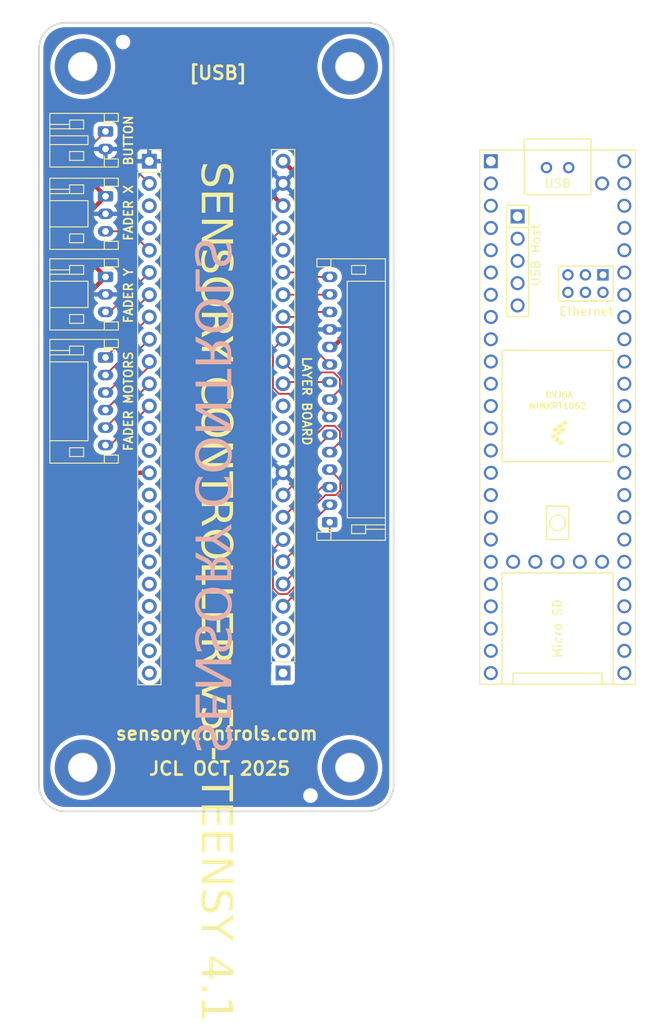
<source format=kicad_pcb>
(kicad_pcb (version 20241229) (generator "pcbnew") (generator_version "9.0")
  (layers (0 "F.Cu" signal) (2 "B.Cu" signal) (13 "F.Paste" user) (15 "B.Paste" user) (5 "F.SilkS" user "F.Silkscreen") (7 "B.SilkS" user "B.Silkscreen") (1 "F.Mask" user) (3 "B.Mask" user) (25 "Edge.Cuts" user))
  (net 0 "")
  (net 1 "/Layer4_pot")
  (net 2 "/Layer2_pot")
  (net 3 "/Layer5_pot")
  (net 4 "/Layer1_pot")
  (net 5 "/Layer3_pot")
  (net 6 "/E_1")
  (net 7 "+5V")
  (net 8 "/S_button")
  (net 9 "/S_2")
  (net 10 "/LED_IN")
  (net 11 "/Layer6_pot")
  (net 12 "/E_button")
  (net 13 "/S_1")
  (net 14 "/E_2")
  (net 15 "GND")
  (net 29 "/FADER POT X")
  (net 33 "/FADER POT Y")
  (net 102 "/FADER X_ENA")
  (net 103 "/FADER Y_ENB")
  (net 104 "/FADER Y_IN3")
  (net 105 "+3V3")
  (net 106 "/FADER Y_IN4")
  (net 107 "/FADER X_IN2")
  (net 109 "/FADER X_IN1")
  (net 110 "/BTN_RESET")
  (footprint "MountingHole:MountingHole_3.2mm_M3_Pad" (layer "F.Cu") (at 73.3 110.999999)
    (property "Reference" "H6" (hide yes))
    (property "Value" "MountingHole" (hide yes))
    (pad "1" thru_hole circle (at 0 0) (size 6.4 6.4) (drill 3.2) (layers "*.Cu" "*.Mask"))
  )
  (footprint "Teensy:Teensy41" (layer "F.Cu") (at 97.02 71.01 -90)
    (property "Reference" "U1")
    (property "Value" "Teensy4.1")
    (fp_line (start -30.48 8.89) (end -30.48 -8.89) (stroke (width 0.15)) (layer "F.SilkS"))
    (fp_line (start 30.48 8.89) (end -30.48 8.89) (stroke (width 0.15)) (layer "F.SilkS"))
    (fp_line (start -7.62 6.35) (end 5.08 6.35) (stroke (width 0.15)) (layer "F.SilkS"))
    (fp_line (start 5.08 6.35) (end 5.08 -6.35) (stroke (width 0.15)) (layer "F.SilkS"))
    (fp_line (start 17.78 6.35) (end 30.48 6.35) (stroke (width 0.15)) (layer "F.SilkS"))
    (fp_line (start -24.1808 5.8392) (end -24.1808 3.2992) (stroke (width 0.15)) (layer "F.SilkS"))
    (fp_line (start -11.4808 5.8392) (end -24.1808 5.8392) (stroke (width 0.15)) (layer "F.SilkS"))
    (fp_line (start 29.21 5.08) (end 30.48 5.08) (stroke (width 0.15)) (layer "F.SilkS"))
    (fp_line (start -31.75 3.81) (end -31.75 -3.81) (stroke (width 0.15)) (layer "F.SilkS"))
    (fp_line (start -30.48 3.81) (end -31.75 3.81) (stroke (width 0.15)) (layer "F.SilkS"))
    (fp_line (start -25.4 3.81) (end -30.48 3.81) (stroke (width 0.15)) (layer "F.SilkS"))
    (fp_line (start -25.4 3.81) (end -25.4 -3.81) (stroke (width 0.15)) (layer "F.SilkS"))
    (fp_line (start -24.1808 3.2992) (end -21.6408 3.2992) (stroke (width 0.15)) (layer "F.SilkS"))
    (fp_line (start -24.1808 3.2992) (end -11.4808 3.2992) (stroke (width 0.15)) (layer "F.SilkS"))
    (fp_line (start -21.6408 3.2992) (end -21.6408 5.8392) (stroke (width 0.15)) (layer "F.SilkS"))
    (fp_line (start -11.4808 3.2992) (end -11.4808 5.8392) (stroke (width 0.15)) (layer "F.SilkS"))
    (fp_line (start 10.16 1.27) (end 10.16 -1.27) (stroke (width 0.15)) (layer "F.SilkS"))
    (fp_line (start 13.97 1.27) (end 10.16 1.27) (stroke (width 0.15)) (layer "F.SilkS"))
    (fp_line (start -17.25 -0.1016) (end -13.25 -0.1016) (stroke (width 0.15)) (layer "F.SilkS"))
    (fp_line (start -13.25 -0.1016) (end -13.25 -6.3516) (stroke (width 0.15)) (layer "F.SilkS"))
    (fp_line (start 10.16 -1.27) (end 13.97 -1.27) (stroke (width 0.15)) (layer "F.SilkS"))
    (fp_line (start 13.97 -1.27) (end 13.97 1.27) (stroke (width 0.15)) (layer "F.SilkS"))
    (fp_line (start -31.75 -3.81) (end -30.48 -3.81) (stroke (width 0.15)) (layer "F.SilkS"))
    (fp_line (start -25.4 -3.81) (end -30.48 -3.81) (stroke (width 0.15)) (layer "F.SilkS"))
    (fp_line (start 29.21 -5.08) (end 29.21 5.08) (stroke (width 0.15)) (layer "F.SilkS"))
    (fp_line (start 30.48 -5.08) (end 29.21 -5.08) (stroke (width 0.15)) (layer "F.SilkS"))
    (fp_line (start -17.25 -6.1016) (end -17.25 -0.1016) (stroke (width 0.15)) (layer "F.SilkS"))
    (fp_line (start -7.62 -6.35) (end -7.62 6.35) (stroke (width 0.15)) (layer "F.SilkS"))
    (fp_line (start 5.08 -6.35) (end -7.62 -6.35) (stroke (width 0.15)) (layer "F.SilkS"))
    (fp_line (start 17.78 -6.35) (end 17.78 6.35) (stroke (width 0.15)) (layer "F.SilkS"))
    (fp_line (start 30.48 -6.35) (end 17.78 -6.35) (stroke (width 0.15)) (layer "F.SilkS"))
    (fp_line (start -17.25 -6.3516) (end -17.25 -6.1016) (stroke (width 0.15)) (layer "F.SilkS"))
    (fp_line (start -13.25 -6.3516) (end -17.25 -6.3516) (stroke (width 0.15)) (layer "F.SilkS"))
    (fp_line (start -30.48 -8.89) (end 30.48 -8.89) (stroke (width 0.15)) (layer "F.SilkS"))
    (fp_line (start 30.48 -8.89) (end 30.48 8.89) (stroke (width 0.15)) (layer "F.SilkS"))
    (fp_circle (center 12.065 0) (end 12.7 -0.635) (stroke (width 0.15)) (fill no) (layer "F.SilkS"))
    (fp_poly (pts (xy 2.435 0.455) (xy 2.181 0.709) (xy 1.927 0.328) (xy 2.181 0.074)) (stroke (width 0.1)) (fill yes) (layer "F.SilkS"))
    (fp_poly (pts (xy 1.673 0.328) (xy 1.419 0.582) (xy 1.165 0.201) (xy 1.419 -0.053)) (stroke (width 0.1)) (fill yes) (layer "F.SilkS"))
    (fp_poly (pts (xy 2.816 0.074) (xy 2.562 0.328) (xy 2.308 -0.053) (xy 2.562 -0.307)) (stroke (width 0.1)) (fill yes) (layer "F.SilkS"))
    (fp_poly (pts (xy 2.054 -0.053) (xy 1.8 0.201) (xy 1.546 -0.18) (xy 1.8 -0.434)) (stroke (width 0.1)) (fill yes) (layer "F.SilkS"))
    (fp_poly (pts (xy 1.292 -0.18) (xy 1.038 0.074) (xy 0.784 -0.307) (xy 1.038 -0.561)) (stroke (width 0.1)) (fill yes) (layer "F.SilkS"))
    (fp_poly (pts (xy 3.197 -0.307) (xy 2.943 -0.053) (xy 2.689 -0.434) (xy 2.943 -0.688)) (stroke (width 0.1)) (fill yes) (layer "F.SilkS"))
    (fp_poly (pts (xy 1.673 -0.561) (xy 1.419 -0.307) (xy 1.165 -0.688) (xy 1.419 -0.942)) (stroke (width 0.1)) (fill yes) (layer "F.SilkS"))
    (fp_poly (pts (xy 0.911 -0.688) (xy 0.657 -0.434) (xy 0.403 -0.815) (xy 0.657 -1.069)) (stroke (width 0.1)) (fill yes) (layer "F.SilkS"))
    (fp_text user "Ethernet" (at -12.065 -3.2766 0) (layer "F.SilkS"))
    (fp_text user "DVJ6A" (at -2.54 -0.18 0) (layer "F.SilkS") (effects (font (size 0.7 0.7))))
    (fp_text user "MIMXRT1062" (at -1.27 0 0) (layer "F.SilkS") (effects (font (size 0.7 0.7))))
    (fp_text user "USB Host" (at -18.4658 2.4892 90) (layer "F.SilkS"))
    (fp_text user "USB" (at -26.67 0 0) (layer "F.SilkS"))
    (fp_text user "Micro SD" (at 24.13 0 90) (layer "F.SilkS"))
    (pad "1" thru_hole rect (at -29.21 7.62 270) (size 1.6 1.6) (drill 1.1) (layers "*.Cu" "*.Mask"))
    (pad "2" thru_hole circle (at -26.67 7.62 270) (size 1.6 1.6) (drill 1.1) (layers "*.Cu" "*.Mask"))
    (pad "3" thru_hole circle (at -24.13 7.62 270) (size 1.6 1.6) (drill 1.1) (layers "*.Cu" "*.Mask"))
    (pad "4" thru_hole circle (at -21.59 7.62 270) (size 1.6 1.6) (drill 1.1) (layers "*.Cu" "*.Mask"))
    (pad "5" thru_hole circle (at -19.05 7.62 270) (size 1.6 1.6) (drill 1.1) (layers "*.Cu" "*.Mask"))
    (pad "6" thru_hole circle (at -16.51 7.62 270) (size 1.6 1.6) (drill 1.1) (layers "*.Cu" "*.Mask"))
    (pad "7" thru_hole circle (at -13.97 7.62 270) (size 1.6 1.6) (drill 1.1) (layers "*.Cu" "*.Mask"))
    (pad "8" thru_hole circle (at -11.43 7.62 270) (size 1.6 1.6) (drill 1.1) (layers "*.Cu" "*.Mask"))
    (pad "9" thru_hole circle (at -8.89 7.62 270) (size 1.6 1.6) (drill 1.1) (layers "*.Cu" "*.Mask"))
    (pad "10" thru_hole circle (at -6.35 7.62 270) (size 1.6 1.6) (drill 1.1) (layers "*.Cu" "*.Mask"))
    (pad "11" thru_hole circle (at -3.81 7.62 270) (size 1.6 1.6) (drill 1.1) (layers "*.Cu" "*.Mask"))
    (pad "12" thru_hole circle (at -1.27 7.62 270) (size 1.6 1.6) (drill 1.1) (layers "*.Cu" "*.Mask"))
    (pad "13" thru_hole circle (at 1.27 7.62 270) (size 1.6 1.6) (drill 1.1) (layers "*.Cu" "*.Mask"))
    (pad "14" thru_hole circle (at 3.81 7.62 270) (size 1.6 1.6) (drill 1.1) (layers "*.Cu" "*.Mask"))
    (pad "15" thru_hole circle (at 6.35 7.62 270) (size 1.6 1.6) (drill 1.1) (layers "*.Cu" "*.Mask"))
    (pad "16" thru_hole circle (at 8.89 7.62 270) (size 1.6 1.6) (drill 1.1) (layers "*.Cu" "*.Mask"))
    (pad "17" thru_hole circle (at 11.43 7.62 270) (size 1.6 1.6) (drill 1.1) (layers "*.Cu" "*.Mask"))
    (pad "18" thru_hole circle (at 13.97 7.62 270) (size 1.6 1.6) (drill 1.1) (layers "*.Cu" "*.Mask"))
    (pad "19" thru_hole circle (at 16.51 7.62 270) (size 1.6 1.6) (drill 1.1) (layers "*.Cu" "*.Mask"))
    (pad "20" thru_hole circle (at 19.05 7.62 270) (size 1.6 1.6) (drill 1.1) (layers "*.Cu" "*.Mask"))
    (pad "21" thru_hole circle (at 21.59 7.62 270) (size 1.6 1.6) (drill 1.1) (layers "*.Cu" "*.Mask"))
    (pad "22" thru_hole circle (at 24.13 7.62 270) (size 1.6 1.6) (drill 1.1) (layers "*.Cu" "*.Mask"))
    (pad "23" thru_hole circle (at 26.67 7.62 270) (size 1.6 1.6) (drill 1.1) (layers "*.Cu" "*.Mask"))
    (pad "24" thru_hole circle (at 29.21 7.62 270) (size 1.6 1.6) (drill 1.1) (layers "*.Cu" "*.Mask"))
    (pad "25" thru_hole circle (at 29.21 -7.62 270) (size 1.6 1.6) (drill 1.1) (layers "*.Cu" "*.Mask"))
    (pad "26" thru_hole circle (at 26.67 -7.62 270) (size 1.6 1.6) (drill 1.1) (layers "*.Cu" "*.Mask"))
    (pad "27" thru_hole circle (at 24.13 -7.62 270) (size 1.6 1.6) (drill 1.1) (layers "*.Cu" "*.Mask"))
    (pad "28" thru_hole circle (at 21.59 -7.62 270) (size 1.6 1.6) (drill 1.1) (layers "*.Cu" "*.Mask"))
    (pad "29" thru_hole circle (at 19.05 -7.62 270) (size 1.6 1.6) (drill 1.1) (layers "*.Cu" "*.Mask"))
    (pad "30" thru_hole circle (at 16.51 -7.62 270) (size 1.6 1.6) (drill 1.1) (layers "*.Cu" "*.Mask"))
    (pad "31" thru_hole circle (at 13.97 -7.62 270) (size 1.6 1.6) (drill 1.1) (layers "*.Cu" "*.Mask"))
    (pad "32" thru_hole circle (at 11.43 -7.62 270) (size 1.6 1.6) (drill 1.1) (layers "*.Cu" "*.Mask"))
    (pad "33" thru_hole circle (at 8.89 -7.62 270) (size 1.6 1.6) (drill 1.1) (layers "*.Cu" "*.Mask"))
    (pad "34" thru_hole circle (at 6.35 -7.62 270) (size 1.6 1.6) (drill 1.1) (layers "*.Cu" "*.Mask"))
    (pad "35" thru_hole circle (at 3.81 -7.62 270) (size 1.6 1.6) (drill 1.1) (layers "*.Cu" "*.Mask"))
    (pad "36" thru_hole circle (at 1.27 -7.62 270) (size 1.6 1.6) (drill 1.1) (layers "*.Cu" "*.Mask"))
    (pad "37" thru_hole circle (at -1.27 -7.62 270) (size 1.6 1.6) (drill 1.1) (layers "*.Cu" "*.Mask"))
    (pad "38" thru_hole circle (at -3.81 -7.62 270) (size 1.6 1.6) (drill 1.1) (layers "*.Cu" "*.Mask"))
    (pad "39" thru_hole circle (at -6.35 -7.62 270) (size 1.6 1.6) (drill 1.1) (layers "*.Cu" "*.Mask"))
    (pad "40" thru_hole circle (at -8.89 -7.62 270) (size 1.6 1.6) (drill 1.1) (layers "*.Cu" "*.Mask"))
    (pad "41" thru_hole circle (at -11.43 -7.62 270) (size 1.6 1.6) (drill 1.1) (layers "*.Cu" "*.Mask"))
    (pad "42" thru_hole circle (at -13.97 -7.62 270) (size 1.6 1.6) (drill 1.1) (layers "*.Cu" "*.Mask"))
    (pad "43" thru_hole circle (at -16.51 -7.62 270) (size 1.6 1.6) (drill 1.1) (layers "*.Cu" "*.Mask"))
    (pad "44" thru_hole circle (at -19.05 -7.62 270) (size 1.6 1.6) (drill 1.1) (layers "*.Cu" "*.Mask"))
    (pad "45" thru_hole circle (at -21.59 -7.62 270) (size 1.6 1.6) (drill 1.1) (layers "*.Cu" "*.Mask"))
    (pad "46" thru_hole circle (at -24.13 -7.62 270) (size 1.6 1.6) (drill 1.1) (layers "*.Cu" "*.Mask"))
    (pad "47" thru_hole circle (at -26.67 -7.62 270) (size 1.6 1.6) (drill 1.1) (layers "*.Cu" "*.Mask"))
    (pad "48" thru_hole circle (at -29.21 -7.62 270) (size 1.6 1.6) (drill 1.1) (layers "*.Cu" "*.Mask"))
    (pad "49" thru_hole circle (at -26.67 -5.08 270) (size 1.6 1.6) (drill 1.1) (layers "*.Cu" "*.Mask"))
    (pad "50" thru_hole circle (at 16.51 5.08 270) (size 1.6 1.6) (drill 1.1) (layers "*.Cu" "*.Mask"))
    (pad "51" thru_hole circle (at 16.51 2.54 270) (size 1.6 1.6) (drill 1.1) (layers "*.Cu" "*.Mask"))
    (pad "52" thru_hole circle (at 16.51 0 270) (size 1.6 1.6) (drill 1.1) (layers "*.Cu" "*.Mask"))
    (pad "53" thru_hole circle (at 16.51 -2.54 270) (size 1.6 1.6) (drill 1.1) (layers "*.Cu" "*.Mask"))
    (pad "54" thru_hole circle (at 16.51 -5.08 270) (size 1.6 1.6) (drill 1.1) (layers "*.Cu" "*.Mask"))
    (pad "55" thru_hole rect (at -22.9108 4.5692 270) (size 1.6 1.6) (drill 1.1) (layers "*.Cu" "*.Mask"))
    (pad "56" thru_hole circle (at -20.3708 4.5692 270) (size 1.6 1.6) (drill 1.1) (layers "*.Cu" "*.Mask"))
    (pad "57" thru_hole circle (at -17.8308 4.5692 270) (size 1.6 1.6) (drill 1.1) (layers "*.Cu" "*.Mask"))
    (pad "58" thru_hole circle (at -15.2908 4.5692 270) (size 1.6 1.6) (drill 1.1) (layers "*.Cu" "*.Mask"))
    (pad "59" thru_hole circle (at -12.7508 4.5692 270) (size 1.6 1.6) (drill 1.1) (layers "*.Cu" "*.Mask"))
    (pad "60" thru_hole rect (at -16.24 -5.1816 270) (size 1.3 1.3) (drill 0.8) (layers "*.Cu" "*.Mask"))
    (pad "61" thru_hole circle (at -16.24 -3.1816 270) (size 1.3 1.3) (drill 0.8) (layers "*.Cu" "*.Mask"))
    (pad "62" thru_hole circle (at -16.24 -1.1816 270) (size 1.3 1.3) (drill 0.8) (layers "*.Cu" "*.Mask"))
    (pad "63" thru_hole circle (at -14.24 -1.1816 270) (size 1.3 1.3) (drill 0.8) (layers "*.Cu" "*.Mask"))
    (pad "64" thru_hole circle (at -14.24 -3.1816 270) (size 1.3 1.3) (drill 0.8) (layers "*.Cu" "*.Mask"))
    (pad "65" thru_hole circle (at -14.24 -5.1816 270) (size 1.3 1.3) (drill 0.8) (layers "*.Cu" "*.Mask"))
    (pad "66" thru_hole circle (at -28.48 -1.27 270) (size 1.3 1.3) (drill 0.8) (layers "*.Cu" "*.Mask"))
    (pad "67" thru_hole circle (at -28.48 1.27 270) (size 1.3 1.3) (drill 0.8) (layers "*.Cu" "*.Mask"))
  )
  (footprint "Connector_JST:JST_PH_S2B-PH-K_1x02_P2.00mm_Horizontal" (layer "F.Cu") (at 45.4 38.4 -90)
    (property "Reference" "J2" (hide yes))
    (property "Value" "Conn_01x02_Pin")
    (fp_line (start -2.06 6.36) (end 4.06 6.36) (stroke (width 0.12)) (layer "F.SilkS"))
    (fp_line (start 0.5 6.36) (end 0.5 2) (stroke (width 0.12)) (layer "F.SilkS"))
    (fp_line (start 4.06 6.36) (end 4.06 -1.46) (stroke (width 0.12)) (layer "F.SilkS"))
    (fp_line (start -1.3 4.1) (end -0.3 4.1) (stroke (width 0.12)) (layer "F.SilkS"))
    (fp_line (start -0.8 4.1) (end -0.8 6.36) (stroke (width 0.12)) (layer "F.SilkS"))
    (fp_line (start -0.3 4.1) (end -0.3 6.36) (stroke (width 0.12)) (layer "F.SilkS"))
    (fp_line (start -0.3 4.1) (end -0.3 2.5) (stroke (width 0.12)) (layer "F.SilkS"))
    (fp_line (start 2.3 4.1) (end 2.3 2.5) (stroke (width 0.12)) (layer "F.SilkS"))
    (fp_line (start 3.3 4.1) (end 2.3 4.1) (stroke (width 0.12)) (layer "F.SilkS"))
    (fp_line (start -1.3 2.5) (end -1.3 4.1) (stroke (width 0.12)) (layer "F.SilkS"))
    (fp_line (start -0.3 2.5) (end -1.3 2.5) (stroke (width 0.12)) (layer "F.SilkS"))
    (fp_line (start 2.3 2.5) (end 3.3 2.5) (stroke (width 0.12)) (layer "F.SilkS"))
    (fp_line (start 3.3 2.5) (end 3.3 4.1) (stroke (width 0.12)) (layer "F.SilkS"))
    (fp_line (start 0.5 2) (end 1.5 2) (stroke (width 0.12)) (layer "F.SilkS"))
    (fp_line (start 1.5 2) (end 1.5 6.36) (stroke (width 0.12)) (layer "F.SilkS"))
    (fp_line (start -2.06 0.14) (end -1.14 0.14) (stroke (width 0.12)) (layer "F.SilkS"))
    (fp_line (start -1.14 0.14) (end -1.14 -1.46) (stroke (width 0.12)) (layer "F.SilkS"))
    (fp_line (start -0.86 0.14) (end -1.14 0.14) (stroke (width 0.12)) (layer "F.SilkS"))
    (fp_line (start -0.86 0.14) (end -0.86 -1.075) (stroke (width 0.12)) (layer "F.SilkS"))
    (fp_line (start 3.14 0.14) (end 2.86 0.14) (stroke (width 0.12)) (layer "F.SilkS"))
    (fp_line (start 4.06 0.14) (end 3.14 0.14) (stroke (width 0.12)) (layer "F.SilkS"))
    (fp_line (start -2.06 -1.46) (end -2.06 6.36) (stroke (width 0.12)) (layer "F.SilkS"))
    (fp_line (start -1.14 -1.46) (end -2.06 -1.46) (stroke (width 0.12)) (layer "F.SilkS"))
    (fp_line (start 3.14 -1.46) (end 3.14 0.14) (stroke (width 0.12)) (layer "F.SilkS"))
    (fp_line (start 4.06 -1.46) (end 3.14 -1.46) (stroke (width 0.12)) (layer "F.SilkS"))
    (pad "1" thru_hole roundrect (at 0 0 270) (size 1.2 1.75) (drill 0.75) (layers "*.Cu" "*.Mask") (roundrect_rratio 0.208333) (net 110 "/BTN_RESET"))
    (pad "2" thru_hole oval (at 2 0 270) (size 1.2 1.75) (drill 0.75) (layers "*.Cu" "*.Mask") (net 15 "GND"))
  )
  (footprint "Connector_JST:JST_PH_S15B-PH-K_1x15_P2.00mm_Horizontal" (layer "F.Cu") (at 71 83 90)
    (property "Reference" "J1" (hide yes))
    (property "Value" "Conn_01x15_Pin")
    (fp_line (start 30.06 -1.46) (end 29.14 -1.46) (stroke (width 0.12)) (layer "F.SilkS"))
    (fp_line (start 29.14 -1.46) (end 29.14 0.14) (stroke (width 0.12)) (layer "F.SilkS"))
    (fp_line (start -1.14 -1.46) (end -2.06 -1.46) (stroke (width 0.12)) (layer "F.SilkS"))
    (fp_line (start -2.06 -1.46) (end -2.06 6.36) (stroke (width 0.12)) (layer "F.SilkS"))
    (fp_line (start 30.06 0.14) (end 29.14 0.14) (stroke (width 0.12)) (layer "F.SilkS"))
    (fp_line (start 29.14 0.14) (end 28.86 0.14) (stroke (width 0.12)) (layer "F.SilkS"))
    (fp_line (start -0.86 0.14) (end -0.86 -1.075) (stroke (width 0.12)) (layer "F.SilkS"))
    (fp_line (start -0.86 0.14) (end -1.14 0.14) (stroke (width 0.12)) (layer "F.SilkS"))
    (fp_line (start -1.14 0.14) (end -1.14 -1.46) (stroke (width 0.12)) (layer "F.SilkS"))
    (fp_line (start -2.06 0.14) (end -1.14 0.14) (stroke (width 0.12)) (layer "F.SilkS"))
    (fp_line (start 27.5 2) (end 27.5 6.36) (stroke (width 0.12)) (layer "F.SilkS"))
    (fp_line (start 0.5 2) (end 27.5 2) (stroke (width 0.12)) (layer "F.SilkS"))
    (fp_line (start 29.3 2.5) (end 29.3 4.1) (stroke (width 0.12)) (layer "F.SilkS"))
    (fp_line (start 28.3 2.5) (end 29.3 2.5) (stroke (width 0.12)) (layer "F.SilkS"))
    (fp_line (start -0.3 2.5) (end -1.3 2.5) (stroke (width 0.12)) (layer "F.SilkS"))
    (fp_line (start -1.3 2.5) (end -1.3 4.1) (stroke (width 0.12)) (layer "F.SilkS"))
    (fp_line (start 29.3 4.1) (end 28.3 4.1) (stroke (width 0.12)) (layer "F.SilkS"))
    (fp_line (start 28.3 4.1) (end 28.3 2.5) (stroke (width 0.12)) (layer "F.SilkS"))
    (fp_line (start -0.3 4.1) (end -0.3 2.5) (stroke (width 0.12)) (layer "F.SilkS"))
    (fp_line (start -0.3 4.1) (end -0.3 6.36) (stroke (width 0.12)) (layer "F.SilkS"))
    (fp_line (start -0.8 4.1) (end -0.8 6.36) (stroke (width 0.12)) (layer "F.SilkS"))
    (fp_line (start -1.3 4.1) (end -0.3 4.1) (stroke (width 0.12)) (layer "F.SilkS"))
    (fp_line (start 30.06 6.36) (end 30.06 -1.46) (stroke (width 0.12)) (layer "F.SilkS"))
    (fp_line (start 0.5 6.36) (end 0.5 2) (stroke (width 0.12)) (layer "F.SilkS"))
    (fp_line (start -2.06 6.36) (end 30.06 6.36) (stroke (width 0.12)) (layer "F.SilkS"))
    (pad "1" thru_hole roundrect (at 0 0 90) (size 1.2 1.75) (drill 0.75) (layers "*.Cu" "*.Mask") (roundrect_rratio 0.208333) (net 12 "/E_button"))
    (pad "2" thru_hole oval (at 2 0 90) (size 1.2 1.75) (drill 0.75) (layers "*.Cu" "*.Mask") (net 14 "/E_2"))
    (pad "3" thru_hole oval (at 4 0 90) (size 1.2 1.75) (drill 0.75) (layers "*.Cu" "*.Mask") (net 6 "/E_1"))
    (pad "4" thru_hole oval (at 6 0 90) (size 1.2 1.75) (drill 0.75) (layers "*.Cu" "*.Mask") (net 8 "/S_button"))
    (pad "5" thru_hole oval (at 8 0 90) (size 1.2 1.75) (drill 0.75) (layers "*.Cu" "*.Mask") (net 9 "/S_2"))
    (pad "6" thru_hole oval (at 10 0 90) (size 1.2 1.75) (drill 0.75) (layers "*.Cu" "*.Mask") (net 13 "/S_1"))
    (pad "7" thru_hole oval (at 12 0 90) (size 1.2 1.75) (drill 0.75) (layers "*.Cu" "*.Mask") (net 5 "/Layer3_pot"))
    (pad "8" thru_hole oval (at 14 0 90) (size 1.2 1.75) (drill 0.75) (layers "*.Cu" "*.Mask") (net 2 "/Layer2_pot"))
    (pad "9" thru_hole oval (at 16 0 90) (size 1.2 1.75) (drill 0.75) (layers "*.Cu" "*.Mask") (net 4 "/Layer1_pot"))
    (pad "10" thru_hole oval (at 18 0 90) (size 1.2 1.75) (drill 0.75) (layers "*.Cu" "*.Mask") (net 10 "/LED_IN"))
    (pad "11" thru_hole oval (at 20 0 90) (size 1.2 1.75) (drill 0.75) (layers "*.Cu" "*.Mask") (net 7 "+5V"))
    (pad "12" thru_hole oval (at 22 0 90) (size 1.2 1.75) (drill 0.75) (layers "*.Cu" "*.Mask") (net 15 "GND"))
    (pad "13" thru_hole oval (at 24 0 90) (size 1.2 1.75) (drill 0.75) (layers "*.Cu" "*.Mask") (net 1 "/Layer4_pot"))
    (pad "14" thru_hole oval (at 26 0 90) (size 1.2 1.75) (drill 0.75) (layers "*.Cu" "*.Mask") (net 3 "/Layer5_pot"))
    (pad "15" thru_hole oval (at 28 0 90) (size 1.2 1.75) (drill 0.75) (layers "*.Cu" "*.Mask") (net 11 "/Layer6_pot"))
  )
  (footprint "Connector_JST:JST_PH_S3B-PH-K_1x03_P2.00mm_Horizontal" (layer "F.Cu") (at 45.4 45.8 -90)
    (property "Reference" "J7" (hide yes))
    (property "Value" "Conn_01x03_Pin")
    (fp_line (start -2.06 6.36) (end 6.06 6.36) (stroke (width 0.12)) (layer "F.SilkS"))
    (fp_line (start 0.5 6.36) (end 0.5 2) (stroke (width 0.12)) (layer "F.SilkS"))
    (fp_line (start 6.06 6.36) (end 6.06 -1.46) (stroke (width 0.12)) (layer "F.SilkS"))
    (fp_line (start -1.3 4.1) (end -0.3 4.1) (stroke (width 0.12)) (layer "F.SilkS"))
    (fp_line (start -0.8 4.1) (end -0.8 6.36) (stroke (width 0.12)) (layer "F.SilkS"))
    (fp_line (start -0.3 4.1) (end -0.3 6.36) (stroke (width 0.12)) (layer "F.SilkS"))
    (fp_line (start -0.3 4.1) (end -0.3 2.5) (stroke (width 0.12)) (layer "F.SilkS"))
    (fp_line (start 4.3 4.1) (end 4.3 2.5) (stroke (width 0.12)) (layer "F.SilkS"))
    (fp_line (start 5.3 4.1) (end 4.3 4.1) (stroke (width 0.12)) (layer "F.SilkS"))
    (fp_line (start -1.3 2.5) (end -1.3 4.1) (stroke (width 0.12)) (layer "F.SilkS"))
    (fp_line (start -0.3 2.5) (end -1.3 2.5) (stroke (width 0.12)) (layer "F.SilkS"))
    (fp_line (start 4.3 2.5) (end 5.3 2.5) (stroke (width 0.12)) (layer "F.SilkS"))
    (fp_line (start 5.3 2.5) (end 5.3 4.1) (stroke (width 0.12)) (layer "F.SilkS"))
    (fp_line (start 0.5 2) (end 3.5 2) (stroke (width 0.12)) (layer "F.SilkS"))
    (fp_line (start 3.5 2) (end 3.5 6.36) (stroke (width 0.12)) (layer "F.SilkS"))
    (fp_line (start -2.06 0.14) (end -1.14 0.14) (stroke (width 0.12)) (layer "F.SilkS"))
    (fp_line (start -1.14 0.14) (end -1.14 -1.46) (stroke (width 0.12)) (layer "F.SilkS"))
    (fp_line (start -0.86 0.14) (end -1.14 0.14) (stroke (width 0.12)) (layer "F.SilkS"))
    (fp_line (start -0.86 0.14) (end -0.86 -1.075) (stroke (width 0.12)) (layer "F.SilkS"))
    (fp_line (start 5.14 0.14) (end 4.86 0.14) (stroke (width 0.12)) (layer "F.SilkS"))
    (fp_line (start 6.06 0.14) (end 5.14 0.14) (stroke (width 0.12)) (layer "F.SilkS"))
    (fp_line (start -2.06 -1.46) (end -2.06 6.36) (stroke (width 0.12)) (layer "F.SilkS"))
    (fp_line (start -1.14 -1.46) (end -2.06 -1.46) (stroke (width 0.12)) (layer "F.SilkS"))
    (fp_line (start 5.14 -1.46) (end 5.14 0.14) (stroke (width 0.12)) (layer "F.SilkS"))
    (fp_line (start 6.06 -1.46) (end 5.14 -1.46) (stroke (width 0.12)) (layer "F.SilkS"))
    (pad "1" thru_hole roundrect (at 0 0 270) (size 1.2 1.75) (drill 0.75) (layers "*.Cu" "*.Mask") (roundrect_rratio 0.208333) (net 105 "+3V3"))
    (pad "2" thru_hole oval (at 2 0 270) (size 1.2 1.75) (drill 0.75) (layers "*.Cu" "*.Mask") (net 15 "GND"))
    (pad "3" thru_hole oval (at 4 0 270) (size 1.2 1.75) (drill 0.75) (layers "*.Cu" "*.Mask") (net 29 "/FADER POT X"))
  )
  (footprint "Connector_PinSocket_2.54mm:PinSocket_1x24_P2.54mm_Vertical" (layer "F.Cu") (at 65.67 100.209999 180)
    (property "Reference" "J4" (hide yes))
    (property "Value" "Conn_01x24_Socket")
    (fp_line (start 1.33 1.27) (end 1.33 59.75) (stroke (width 0.12)) (layer "F.SilkS"))
    (fp_line (start 1.33 -1.33) (end 1.33 0) (stroke (width 0.12)) (layer "F.SilkS"))
    (fp_line (start 0 -1.33) (end 1.33 -1.33) (stroke (width 0.12)) (layer "F.SilkS"))
    (fp_line (start -1.33 59.75) (end 1.33 59.75) (stroke (width 0.12)) (layer "F.SilkS"))
    (fp_line (start -1.33 1.27) (end 1.33 1.27) (stroke (width 0.12)) (layer "F.SilkS"))
    (fp_line (start -1.33 1.27) (end -1.33 59.75) (stroke (width 0.12)) (layer "F.SilkS"))
    (pad "1" thru_hole rect (at 0 0 180) (size 1.7 1.7) (drill 1) (layers "*.Cu" "*.Mask"))
    (pad "2" thru_hole circle (at 0 2.54 180) (size 1.7 1.7) (drill 1) (layers "*.Cu" "*.Mask"))
    (pad "3" thru_hole circle (at 0 5.08 180) (size 1.7 1.7) (drill 1) (layers "*.Cu" "*.Mask"))
    (pad "4" thru_hole circle (at 0 7.62 180) (size 1.7 1.7) (drill 1) (layers "*.Cu" "*.Mask") (net 12 "/E_button"))
    (pad "5" thru_hole circle (at 0 10.16 180) (size 1.7 1.7) (drill 1) (layers "*.Cu" "*.Mask") (net 8 "/S_button"))
    (pad "6" thru_hole circle (at 0 12.7 180) (size 1.7 1.7) (drill 1) (layers "*.Cu" "*.Mask") (net 6 "/E_1"))
    (pad "7" thru_hole circle (at 0 15.24 180) (size 1.7 1.7) (drill 1) (layers "*.Cu" "*.Mask") (net 14 "/E_2"))
    (pad "8" thru_hole circle (at 0 17.78 180) (size 1.7 1.7) (drill 1) (layers "*.Cu" "*.Mask") (net 13 "/S_1"))
    (pad "9" thru_hole circle (at 0 20.32 180) (size 1.7 1.7) (drill 1) (layers "*.Cu" "*.Mask") (net 9 "/S_2"))
    (pad "10" thru_hole circle (at 0 22.86 180) (size 1.7 1.7) (drill 1) (layers "*.Cu" "*.Mask") (net 15 "GND"))
    (pad "11" thru_hole circle (at 0 25.4 180) (size 1.7 1.7) (drill 1) (layers "*.Cu" "*.Mask"))
    (pad "12" thru_hole circle (at 0 27.94 180) (size 1.7 1.7) (drill 1) (layers "*.Cu" "*.Mask"))
    (pad "13" thru_hole circle (at 0 30.48 180) (size 1.7 1.7) (drill 1) (layers "*.Cu" "*.Mask"))
    (pad "14" thru_hole circle (at 0 33.02 180) (size 1.7 1.7) (drill 1) (layers "*.Cu" "*.Mask") (net 4 "/Layer1_pot"))
    (pad "15" thru_hole circle (at 0 35.56 180) (size 1.7 1.7) (drill 1) (layers "*.Cu" "*.Mask") (net 2 "/Layer2_pot"))
    (pad "16" thru_hole circle (at 0 38.1 180) (size 1.7 1.7) (drill 1) (layers "*.Cu" "*.Mask") (net 5 "/Layer3_pot"))
    (pad "17" thru_hole circle (at 0 40.64 180) (size 1.7 1.7) (drill 1) (layers "*.Cu" "*.Mask") (net 1 "/Layer4_pot"))
    (pad "18" thru_hole circle (at 0 43.18 180) (size 1.7 1.7) (drill 1) (layers "*.Cu" "*.Mask") (net 3 "/Layer5_pot"))
    (pad "19" thru_hole circle (at 0 45.72 180) (size 1.7 1.7) (drill 1) (layers "*.Cu" "*.Mask") (net 11 "/Layer6_pot"))
    (pad "20" thru_hole circle (at 0 48.26 180) (size 1.7 1.7) (drill 1) (layers "*.Cu" "*.Mask"))
    (pad "21" thru_hole circle (at 0 50.8 180) (size 1.7 1.7) (drill 1) (layers "*.Cu" "*.Mask") (net 10 "/LED_IN"))
    (pad "22" thru_hole circle (at 0 53.34 180) (size 1.7 1.7) (drill 1) (layers "*.Cu" "*.Mask") (net 105 "+3V3"))
    (pad "23" thru_hole circle (at 0 55.88 180) (size 1.7 1.7) (drill 1) (layers "*.Cu" "*.Mask") (net 15 "GND"))
    (pad "24" thru_hole circle (at 0 58.42 180) (size 1.7 1.7) (drill 1) (layers "*.Cu" "*.Mask") (net 7 "+5V"))
  )
  (footprint "MountingHole:MountingHole_3.2mm_M3_Pad" (layer "F.Cu") (at 42.8 30.999999)
    (property "Reference" "H1" (hide yes))
    (property "Value" "MountingHole")
    (pad "1" thru_hole circle (at 0 0) (size 6.4 6.4) (drill 3.2) (layers "*.Cu" "*.Mask"))
  )
  (footprint "MountingHole:ToolingHole_1.152mm" (layer "F.Cu") (at 68.8 114.2)
    (property "Reference" "H8" (hide yes))
    (property "Value" "MountingHole" (hide yes))
    (pad "" np_thru_hole circle (at 0 0) (size 1.152 1.152) (drill 1.152) (layers "*.Cu" "*.Mask"))
    (zone (net 0) (net_name "") (layers "F.Cu" "B.Cu") (connect_pads (clearance 0)) (min_thickness 0.25)
      (keepout (tracks not_allowed) (vias allowed) (pads allowed) (copperpour not_allowed) (footprints not_allowed))
      (fill (thermal_gap 0.5) (thermal_bridge_width 0.5))
      (polygon (pts (xy 69.5 114.2) (xy 69.479659 114.032479) (xy 69.419819 113.874694) (xy 69.323958 113.735814) (xy 69.197645 113.623911) (xy 69.048223 113.545489) (xy 68.884376 113.505104) (xy 68.715624 113.505104) (xy 68.551777 113.545489) (xy 68.402355 113.623911) (xy 68.276042 113.735814) (xy 68.180181 113.874694) (xy 68.120341 114.032479) (xy 68.1 114.2) (xy 68.120341 114.367521) (xy 68.180181 114.525306) (xy 68.276042 114.664186) (xy 68.402355 114.776089) (xy 68.551777 114.854511) (xy 68.715624 114.894896) (xy 68.884376 114.894896) (xy 69.048223 114.854511) (xy 69.197645 114.776089) (xy 69.323958 114.664186) (xy 69.419819 114.525306) (xy 69.479659 114.367521)))
    )
  )
  (footprint "Connector_JST:JST_PH_S6B-PH-K_1x06_P2.00mm_Horizontal" (layer "F.Cu") (at 45.4 64.2 -90)
    (property "Reference" "J5" (hide yes))
    (property "Value" "Conn_01x06_Pin")
    (fp_line (start -2.06 6.36) (end 12.06 6.36) (stroke (width 0.12)) (layer "F.SilkS"))
    (fp_line (start 0.5 6.36) (end 0.5 2) (stroke (width 0.12)) (layer "F.SilkS"))
    (fp_line (start 12.06 6.36) (end 12.06 -1.46) (stroke (width 0.12)) (layer "F.SilkS"))
    (fp_line (start -1.3 4.1) (end -0.3 4.1) (stroke (width 0.12)) (layer "F.SilkS"))
    (fp_line (start -0.8 4.1) (end -0.8 6.36) (stroke (width 0.12)) (layer "F.SilkS"))
    (fp_line (start -0.3 4.1) (end -0.3 6.36) (stroke (width 0.12)) (layer "F.SilkS"))
    (fp_line (start -0.3 4.1) (end -0.3 2.5) (stroke (width 0.12)) (layer "F.SilkS"))
    (fp_line (start 10.3 4.1) (end 10.3 2.5) (stroke (width 0.12)) (layer "F.SilkS"))
    (fp_line (start 11.3 4.1) (end 10.3 4.1) (stroke (width 0.12)) (layer "F.SilkS"))
    (fp_line (start -1.3 2.5) (end -1.3 4.1) (stroke (width 0.12)) (layer "F.SilkS"))
    (fp_line (start -0.3 2.5) (end -1.3 2.5) (stroke (width 0.12)) (layer "F.SilkS"))
    (fp_line (start 10.3 2.5) (end 11.3 2.5) (stroke (width 0.12)) (layer "F.SilkS"))
    (fp_line (start 11.3 2.5) (end 11.3 4.1) (stroke (width 0.12)) (layer "F.SilkS"))
    (fp_line (start 0.5 2) (end 9.5 2) (stroke (width 0.12)) (layer "F.SilkS"))
    (fp_line (start 9.5 2) (end 9.5 6.36) (stroke (width 0.12)) (layer "F.SilkS"))
    (fp_line (start -2.06 0.14) (end -1.14 0.14) (stroke (width 0.12)) (layer "F.SilkS"))
    (fp_line (start -1.14 0.14) (end -1.14 -1.46) (stroke (width 0.12)) (layer "F.SilkS"))
    (fp_line (start -0.86 0.14) (end -1.14 0.14) (stroke (width 0.12)) (layer "F.SilkS"))
    (fp_line (start -0.86 0.14) (end -0.86 -1.075) (stroke (width 0.12)) (layer "F.SilkS"))
    (fp_line (start 11.14 0.14) (end 10.86 0.14) (stroke (width 0.12)) (layer "F.SilkS"))
    (fp_line (start 12.06 0.14) (end 11.14 0.14) (stroke (width 0.12)) (layer "F.SilkS"))
    (fp_line (start -2.06 -1.46) (end -2.06 6.36) (stroke (width 0.12)) (layer "F.SilkS"))
    (fp_line (start -1.14 -1.46) (end -2.06 -1.46) (stroke (width 0.12)) (layer "F.SilkS"))
    (fp_line (start 11.14 -1.46) (end 11.14 0.14) (stroke (width 0.12)) (layer "F.SilkS"))
    (fp_line (start 12.06 -1.46) (end 11.14 -1.46) (stroke (width 0.12)) (layer "F.SilkS"))
    (pad "1" thru_hole roundrect (at 0 0 270) (size 1.2 1.75) (drill 0.75) (layers "*.Cu" "*.Mask") (roundrect_rratio 0.208333) (net 103 "/FADER Y_ENB"))
    (pad "2" thru_hole oval (at 2 0 270) (size 1.2 1.75) (drill 0.75) (layers "*.Cu" "*.Mask") (net 106 "/FADER Y_IN4"))
    (pad "3" thru_hole oval (at 4 0 270) (size 1.2 1.75) (drill 0.75) (layers "*.Cu" "*.Mask") (net 104 "/FADER Y_IN3"))
    (pad "4" thru_hole oval (at 6 0 270) (size 1.2 1.75) (drill 0.75) (layers "*.Cu" "*.Mask") (net 107 "/FADER X_IN2"))
    (pad "5" thru_hole oval (at 8 0 270) (size 1.2 1.75) (drill 0.75) (layers "*.Cu" "*.Mask") (net 109 "/FADER X_IN1"))
    (pad "6" thru_hole oval (at 10 0 270) (size 1.2 1.75) (drill 0.75) (layers "*.Cu" "*.Mask") (net 102 "/FADER X_ENA"))
  )
  (footprint "MountingHole:MountingHole_3.2mm_M3_Pad" (layer "F.Cu") (at 73.3 30.999999)
    (property "Reference" "H2" (hide yes))
    (property "Value" "MountingHole" (hide yes))
    (pad "1" thru_hole circle (at 0 0) (size 6.4 6.4) (drill 3.2) (layers "*.Cu" "*.Mask"))
  )
  (footprint "Connector_PinSocket_2.54mm:PinSocket_1x24_P2.54mm_Vertical" (layer "F.Cu") (at 50.4 41.8)
    (property "Reference" "J3" (hide yes))
    (property "Value" "Conn_01x24_Socket")
    (fp_line (start -1.33 1.27) (end -1.33 59.75) (stroke (width 0.12)) (layer "F.SilkS"))
    (fp_line (start -1.33 1.27) (end 1.33 1.27) (stroke (width 0.12)) (layer "F.SilkS"))
    (fp_line (start -1.33 59.75) (end 1.33 59.75) (stroke (width 0.12)) (layer "F.SilkS"))
    (fp_line (start 0 -1.33) (end 1.33 -1.33) (stroke (width 0.12)) (layer "F.SilkS"))
    (fp_line (start 1.33 -1.33) (end 1.33 0) (stroke (width 0.12)) (layer "F.SilkS"))
    (fp_line (start 1.33 1.27) (end 1.33 59.75) (stroke (width 0.12)) (layer "F.SilkS"))
    (pad "1" thru_hole rect (at 0 0) (size 1.7 1.7) (drill 1) (layers "*.Cu" "*.Mask") (net 15 "GND"))
    (pad "2" thru_hole circle (at 0 2.54) (size 1.7 1.7) (drill 1) (layers "*.Cu" "*.Mask") (net 110 "/BTN_RESET"))
    (pad "3" thru_hole circle (at 0 5.08) (size 1.7 1.7) (drill 1) (layers "*.Cu" "*.Mask"))
    (pad "4" thru_hole circle (at 0 7.62) (size 1.7 1.7) (drill 1) (layers "*.Cu" "*.Mask"))
    (pad "5" thru_hole circle (at 0 10.16) (size 1.7 1.7) (drill 1) (layers "*.Cu" "*.Mask") (net 29 "/FADER POT X"))
    (pad "6" thru_hole circle (at 0 12.7) (size 1.7 1.7) (drill 1) (layers "*.Cu" "*.Mask") (net 33 "/FADER POT Y"))
    (pad "7" thru_hole circle (at 0 15.24) (size 1.7 1.7) (drill 1) (layers "*.Cu" "*.Mask") (net 103 "/FADER Y_ENB"))
    (pad "8" thru_hole circle (at 0 17.78) (size 1.7 1.7) (drill 1) (layers "*.Cu" "*.Mask") (net 106 "/FADER Y_IN4"))
    (pad "9" thru_hole circle (at 0 20.32) (size 1.7 1.7) (drill 1) (layers "*.Cu" "*.Mask") (net 104 "/FADER Y_IN3"))
    (pad "10" thru_hole circle (at 0 22.86) (size 1.7 1.7) (drill 1) (layers "*.Cu" "*.Mask") (net 107 "/FADER X_IN2"))
    (pad "11" thru_hole circle (at 0 25.4) (size 1.7 1.7) (drill 1) (layers "*.Cu" "*.Mask") (net 109 "/FADER X_IN1"))
    (pad "12" thru_hole circle (at 0 27.94) (size 1.7 1.7) (drill 1) (layers "*.Cu" "*.Mask") (net 102 "/FADER X_ENA"))
    (pad "13" thru_hole circle (at 0 30.48) (size 1.7 1.7) (drill 1) (layers "*.Cu" "*.Mask"))
    (pad "14" thru_hole circle (at 0 33.02) (size 1.7 1.7) (drill 1) (layers "*.Cu" "*.Mask"))
    (pad "15" thru_hole circle (at 0 35.56) (size 1.7 1.7) (drill 1) (layers "*.Cu" "*.Mask") (net 105 "+3V3"))
    (pad "16" thru_hole circle (at 0 38.1) (size 1.7 1.7) (drill 1) (layers "*.Cu" "*.Mask"))
    (pad "17" thru_hole circle (at 0 40.64) (size 1.7 1.7) (drill 1) (layers "*.Cu" "*.Mask"))
    (pad "18" thru_hole circle (at 0 43.18) (size 1.7 1.7) (drill 1) (layers "*.Cu" "*.Mask"))
    (pad "19" thru_hole circle (at 0 45.72) (size 1.7 1.7) (drill 1) (layers "*.Cu" "*.Mask"))
    (pad "20" thru_hole circle (at 0 48.26) (size 1.7 1.7) (drill 1) (layers "*.Cu" "*.Mask"))
    (pad "21" thru_hole circle (at 0 50.8) (size 1.7 1.7) (drill 1) (layers "*.Cu" "*.Mask"))
    (pad "22" thru_hole circle (at 0 53.34) (size 1.7 1.7) (drill 1) (layers "*.Cu" "*.Mask"))
    (pad "23" thru_hole circle (at 0 55.88) (size 1.7 1.7) (drill 1) (layers "*.Cu" "*.Mask"))
    (pad "24" thru_hole circle (at 0 58.42) (size 1.7 1.7) (drill 1) (layers "*.Cu" "*.Mask"))
  )
  (footprint "Connector_JST:JST_PH_S3B-PH-K_1x03_P2.00mm_Horizontal" (layer "F.Cu") (at 45.4 55 -90)
    (property "Reference" "J6" (hide yes))
    (property "Value" "Conn_01x03_Pin")
    (fp_line (start -2.06 6.36) (end 6.06 6.36) (stroke (width 0.12)) (layer "F.SilkS"))
    (fp_line (start 0.5 6.36) (end 0.5 2) (stroke (width 0.12)) (layer "F.SilkS"))
    (fp_line (start 6.06 6.36) (end 6.06 -1.46) (stroke (width 0.12)) (layer "F.SilkS"))
    (fp_line (start -1.3 4.1) (end -0.3 4.1) (stroke (width 0.12)) (layer "F.SilkS"))
    (fp_line (start -0.8 4.1) (end -0.8 6.36) (stroke (width 0.12)) (layer "F.SilkS"))
    (fp_line (start -0.3 4.1) (end -0.3 6.36) (stroke (width 0.12)) (layer "F.SilkS"))
    (fp_line (start -0.3 4.1) (end -0.3 2.5) (stroke (width 0.12)) (layer "F.SilkS"))
    (fp_line (start 4.3 4.1) (end 4.3 2.5) (stroke (width 0.12)) (layer "F.SilkS"))
    (fp_line (start 5.3 4.1) (end 4.3 4.1) (stroke (width 0.12)) (layer "F.SilkS"))
    (fp_line (start -1.3 2.5) (end -1.3 4.1) (stroke (width 0.12)) (layer "F.SilkS"))
    (fp_line (start -0.3 2.5) (end -1.3 2.5) (stroke (width 0.12)) (layer "F.SilkS"))
    (fp_line (start 4.3 2.5) (end 5.3 2.5) (stroke (width 0.12)) (layer "F.SilkS"))
    (fp_line (start 5.3 2.5) (end 5.3 4.1) (stroke (width 0.12)) (layer "F.SilkS"))
    (fp_line (start 0.5 2) (end 3.5 2) (stroke (width 0.12)) (layer "F.SilkS"))
    (fp_line (start 3.5 2) (end 3.5 6.36) (stroke (width 0.12)) (layer "F.SilkS"))
    (fp_line (start -2.06 0.14) (end -1.14 0.14) (stroke (width 0.12)) (layer "F.SilkS"))
    (fp_line (start -1.14 0.14) (end -1.14 -1.46) (stroke (width 0.12)) (layer "F.SilkS"))
    (fp_line (start -0.86 0.14) (end -1.14 0.14) (stroke (width 0.12)) (layer "F.SilkS"))
    (fp_line (start -0.86 0.14) (end -0.86 -1.075) (stroke (width 0.12)) (layer "F.SilkS"))
    (fp_line (start 5.14 0.14) (end 4.86 0.14) (stroke (width 0.12)) (layer "F.SilkS"))
    (fp_line (start 6.06 0.14) (end 5.14 0.14) (stroke (width 0.12)) (layer "F.SilkS"))
    (fp_line (start -2.06 -1.46) (end -2.06 6.36) (stroke (width 0.12)) (layer "F.SilkS"))
    (fp_line (start -1.14 -1.46) (end -2.06 -1.46) (stroke (width 0.12)) (layer "F.SilkS"))
    (fp_line (start 5.14 -1.46) (end 5.14 0.14) (stroke (width 0.12)) (layer "F.SilkS"))
    (fp_line (start 6.06 -1.46) (end 5.14 -1.46) (stroke (width 0.12)) (layer "F.SilkS"))
    (pad "1" thru_hole roundrect (at 0 0 270) (size 1.2 1.75) (drill 0.75) (layers "*.Cu" "*.Mask") (roundrect_rratio 0.208333) (net 105 "+3V3"))
    (pad "2" thru_hole oval (at 2 0 270) (size 1.2 1.75) (drill 0.75) (layers "*.Cu" "*.Mask") (net 15 "GND"))
    (pad "3" thru_hole oval (at 4 0 270) (size 1.2 1.75) (drill 0.75) (layers "*.Cu" "*.Mask") (net 33 "/FADER POT Y"))
  )
  (footprint "MountingHole:ToolingHole_1.152mm" (layer "F.Cu") (at 47.4 28.2)
    (property "Reference" "H7" (hide yes))
    (property "Value" "MountingHole" (hide yes))
    (pad "" np_thru_hole circle (at 0 0) (size 1.152 1.152) (drill 1.152) (layers "*.Cu" "*.Mask"))
    (zone (net 0) (net_name "") (layers "F.Cu" "B.Cu") (connect_pads (clearance 0)) (min_thickness 0.25)
      (keepout (tracks not_allowed) (vias allowed) (pads allowed) (copperpour not_allowed) (footprints not_allowed))
      (fill (thermal_gap 0.5) (thermal_bridge_width 0.5))
      (polygon (pts (xy 48.1 28.2) (xy 48.079659 28.032479) (xy 48.019819 27.874694) (xy 47.923958 27.735814) (xy 47.797645 27.623911) (xy 47.648223 27.545489) (xy 47.484376 27.505104) (xy 47.315624 27.505104) (xy 47.151777 27.545489) (xy 47.002355 27.623911) (xy 46.876042 27.735814) (xy 46.780181 27.874694) (xy 46.720341 28.032479) (xy 46.7 28.2) (xy 46.720341 28.367521) (xy 46.780181 28.525306) (xy 46.876042 28.664186) (xy 47.002355 28.776089) (xy 47.151777 28.854511) (xy 47.315624 28.894896) (xy 47.484376 28.894896) (xy 47.648223 28.854511) (xy 47.797645 28.776089) (xy 47.923958 28.664186) (xy 48.019819 28.525306) (xy 48.079659 28.367521)))
    )
  )
  (footprint "MountingHole:MountingHole_3.2mm_M3_Pad" (layer "F.Cu") (at 42.8 110.999999)
    (property "Reference" "H3" (hide yes))
    (property "Value" "MountingHole" (hide yes))
    (pad "1" thru_hole circle (at 0 0) (size 6.4 6.4) (drill 3.2) (layers "*.Cu" "*.Mask"))
  )
  (gr_circle (center 42.8 30.999999) (end 44.4 30.999999) (stroke (width 0.2)) (fill no) (layer "Edge.Cuts"))
  (gr_arc (start 75.299999 25.999999) (mid 77.42132 26.878679) (end 78.3 29) (stroke (width 0.2)) (layer "Edge.Cuts"))
  (gr_circle (center 73.3 30.999999) (end 74.9 30.999999) (stroke (width 0.2)) (fill no) (layer "Edge.Cuts"))
  (gr_line (start 40.800001 25.999999) (end 75.299999 25.999999) (stroke (width 0.2)) (layer "Edge.Cuts"))
  (gr_line (start 40.800001 115.999999) (end 75.299999 115.999999) (stroke (width 0.2)) (layer "Edge.Cuts"))
  (gr_line (start 78.3 29) (end 78.3 112.999998) (stroke (width 0.2)) (layer "Edge.Cuts"))
  (gr_line (start 37.8 29) (end 37.8 112.999998) (stroke (width 0.2)) (layer "Edge.Cuts"))
  (gr_arc (start 78.3 112.999998) (mid 77.42132 115.121319) (end 75.299999 115.999999) (stroke (width 0.2)) (layer "Edge.Cuts"))
  (gr_arc (start 40.800001 115.999999) (mid 38.67868 115.121319) (end 37.8 112.999998) (stroke (width 0.2)) (layer "Edge.Cuts"))
  (gr_circle (center 73.3 110.999999) (end 74.9 110.999999) (stroke (width 0.2)) (fill no) (layer "Edge.Cuts"))
  (gr_circle (center 42.8 110.999999) (end 44.4 110.999999) (stroke (width 0.2)) (fill no) (layer "Edge.Cuts"))
  (gr_arc (start 37.8 29) (mid 38.67868 26.878679) (end 40.800001 25.999999) (stroke (width 0.2)) (layer "Edge.Cuts"))
  (gr_text "SENSORY CONTROLLER v5 - TEENSY 4.1" (at 55.8 41.8 270) (layer "F.SilkS") (effects (font (size 3.5 3.5) (thickness 0.1)) (justify left bottom)))
  (gr_text "FADER MOTORS" (at 48.6 75 90) (layer "F.SilkS") (effects (font (size 1 1) (thickness 0.2) (bold yes)) (justify left bottom)))
  (gr_text "BUTTON" (at 48.6 42.4 90) (layer "F.SilkS") (effects (font (size 1 1) (thickness 0.2) (bold yes)) (justify left bottom)))
  (gr_text "FADER Y" (at 48.6 60.4 90) (layer "F.SilkS") (effects (font (size 1 1) (thickness 0.2) (bold yes)) (justify left bottom)))
  (gr_text "JCL OCT 2025" (at 50.2 112 0) (layer "F.SilkS") (effects (font (size 1.5 1.5) (thickness 0.3) (bold yes)) (justify left bottom)))
  (gr_text "LAYER BOARD" (at 67.8 64 270) (layer "F.SilkS") (effects (font (size 1 1) (thickness 0.2) (bold yes)) (justify left bottom)))
  (gr_text "sensorycontrols.com" (at 46.4 108 0) (layer "F.SilkS") (effects (font (size 1.5 1.5) (thickness 0.3) (bold yes)) (justify left bottom)))
  (gr_text "[USB]" (at 54.8 32.6 0) (layer "F.SilkS") (effects (font (size 1.5 1.5) (thickness 0.3) (bold yes)) (justify left bottom)))
  (gr_text "FADER X" (at 48.6 51 90) (layer "F.SilkS") (effects (font (size 1 1) (thickness 0.2) (bold yes)) (justify left bottom)))
  (gr_text "SENSORY CONTROLS" (at 55 109.4 270) (layer "B.SilkS") (effects (font (size 4 4) (thickness 0.1)) (justify left bottom mirror)))
  (segment (start 68.841781 59) (end 68.271782 59.569999) (width 0.2) (layer "F.Cu") (net 1))
  (segment (start 68.271782 59.569999) (end 65.67 59.569999) (width 0.2) (layer "F.Cu") (net 1))
  (segment (start 71 59) (end 68.841781 59) (width 0.2) (layer "F.Cu") (net 1))
  (segment (start 71 69) (end 72.176 67.824) (width 0.2) (layer "F.Cu") (net 2))
  (segment (start 72.176 66.626794) (end 71.450206 65.901) (width 0.2) (layer "F.Cu") (net 2))
  (segment (start 71.450206 65.901) (end 66.921001 65.901) (width 0.2) (layer "F.Cu") (net 2))
  (segment (start 72.176 67.824) (end 72.176 66.626794) (width 0.2) (layer "F.Cu") (net 2))
  (segment (start 66.921001 65.901) (end 65.67 64.649999) (width 0.2) (layer "F.Cu") (net 2))
  (segment (start 70.8 57) (end 70.770001 57.029999) (width 0.2) (layer "F.Cu") (net 3))
  (segment (start 71 57) (end 70.8 57) (width 0.2) (layer "F.Cu") (net 3))
  (segment (start 70.770001 57.029999) (end 65.67 57.029999) (width 0.2) (layer "F.Cu") (net 3))
  (segment (start 71 67) (end 65.859999 67) (width 0.2) (layer "F.Cu") (net 4))
  (segment (start 65.859999 67) (end 65.67 67.189999) (width 0.2) (layer "F.Cu") (net 4))
  (segment (start 68.340999 68.340999) (end 65.19324 68.340999) (width 0.2) (layer "F.Cu") (net 5))
  (segment (start 71 71) (end 68.340999 68.340999) (width 0.2) (layer "F.Cu") (net 5))
  (segment (start 64.519 63.260999) (end 65.67 62.109999) (width 0.2) (layer "F.Cu") (net 5))
  (segment (start 64.519 67.666759) (end 64.519 63.260999) (width 0.2) (layer "F.Cu") (net 5))
  (segment (start 65.19324 68.340999) (end 64.519 67.666759) (width 0.2) (layer "F.Cu") (net 5))
  (segment (start 67.993279 85.18672) (end 65.67 87.509999) (width 0.2) (layer "F.Cu") (net 6))
  (segment (start 70.099289 79) (end 67.993279 81.10601) (width 0.2) (layer "F.Cu") (net 6))
  (segment (start 67.993279 81.10601) (end 67.993279 85.18672) (width 0.2) (layer "F.Cu") (net 6))
  (segment (start 71 79) (end 70.099289 79) (width 0.2) (layer "F.Cu") (net 6))
  (segment (start 72.8 48.919999) (end 65.67 41.789999) (width 0.5) (layer "F.Cu") (net 7))
  (segment (start 72.8 61.6) (end 72.8 48.919999) (width 0.5) (layer "F.Cu") (net 7))
  (segment (start 71.4 63) (end 72.8 61.6) (width 0.5) (layer "F.Cu") (net 7))
  (segment (start 71 63) (end 71.4 63) (width 0.5) (layer "F.Cu") (net 7))
  (segment (start 68.6 87.119999) (end 65.67 90.049999) (width 0.2) (layer "F.Cu") (net 8))
  (segment (start 72.2 78.2) (end 72.2 79.4) (width 0.2) (layer "F.Cu") (net 8))
  (segment (start 68.6 81.8) (end 68.6 87.119999) (width 0.2) (layer "F.Cu") (net 8))
  (segment (start 71 77) (end 72.2 78.2) (width 0.2) (layer "F.Cu") (net 8))
  (segment (start 72.2 79.4) (end 71.699 79.901) (width 0.2) (layer "F.Cu") (net 8))
  (segment (start 71.699 79.901) (end 70.499 79.901) (width 0.2) (layer "F.Cu") (net 8))
  (segment (start 70.499 79.901) (end 68.6 81.8) (width 0.2) (layer "F.Cu") (net 8))
  (segment (start 72.176 72.626794) (end 71.549206 72) (width 0.2) (layer "F.Cu") (net 9))
  (segment (start 71.549206 72) (end 70.450794 72) (width 0.2) (layer "F.Cu") (net 9))
  (segment (start 67.4 75.050794) (end 67.4 78.159999) (width 0.2) (layer "F.Cu") (net 9))
  (segment (start 71 75) (end 72.176 73.824) (width 0.2) (layer "F.Cu") (net 9))
  (segment (start 70.450794 72) (end 67.4 75.050794) (width 0.2) (layer "F.Cu") (net 9))
  (segment (start 72.176 73.824) (end 72.176 72.626794) (width 0.2) (layer "F.Cu") (net 9))
  (segment (start 67.4 78.159999) (end 65.67 79.889999) (width 0.2) (layer "F.Cu") (net 9))
  (segment (start 63.6 60.2) (end 63.6 51.479999) (width 0.2) (layer "F.Cu") (net 10))
  (segment (start 71 65) (end 66.720999 60.720999) (width 0.2) (layer "F.Cu") (net 10))
  (segment (start 63.6 51.479999) (end 65.67 49.409999) (width 0.2) (layer "F.Cu") (net 10))
  (segment (start 64.120999 60.720999) (end 63.6 60.2) (width 0.2) (layer "F.Cu") (net 10))
  (segment (start 66.720999 60.720999) (end 64.120999 60.720999) (width 0.2) (layer "F.Cu") (net 10))
  (segment (start 68.4 54.489999) (end 66.429999 54.489999) (width 0.2) (layer "F.Cu") (net 11))
  (segment (start 68.910001 55) (end 68.4 54.489999) (width 0.2) (layer "F.Cu") (net 11))
  (segment (start 71 55) (end 68.910001 55) (width 0.2) (layer "F.Cu") (net 11))
  (segment (start 71 87.259999) (end 65.67 92.589999) (width 0.2) (layer "F.Cu") (net 12))
  (segment (start 71 83) (end 71 87.259999) (width 0.2) (layer "F.Cu") (net 12))
  (segment (start 71 73) (end 68.2 75.8) (width 0.2) (layer "F.Cu") (net 13))
  (segment (start 68.2 79.899999) (end 65.67 82.429999) (width 0.2) (layer "F.Cu") (net 13))
  (segment (start 68.2 75.8) (end 68.2 79.899999) (width 0.2) (layer "F.Cu") (net 13))
  (segment (start 69.2 88.147759) (end 66.14676 91.200999) (width 0.2) (layer "F.Cu") (net 14))
  (segment (start 64.519 90.526759) (end 64.519 86.120999) (width 0.2) (layer "F.Cu") (net 14))
  (segment (start 64.519 86.120999) (end 65.67 84.969999) (width 0.2) (layer "F.Cu") (net 14))
  (segment (start 69.2 82.8) (end 69.2 88.147759) (width 0.2) (layer "F.Cu") (net 14))
  (segment (start 65.19324 91.200999) (end 64.519 90.526759) (width 0.2) (layer "F.Cu") (net 14))
  (segment (start 66.14676 91.200999) (end 65.19324 91.200999) (width 0.2) (layer "F.Cu") (net 14))
  (segment (start 71 81) (end 69.2 82.8) (width 0.2) (layer "F.Cu") (net 14))
  (segment (start 50.4 51.96) (end 48.24 49.8) (width 0.2) (layer "F.Cu") (net 29))
  (segment (start 48.24 49.8) (end 45.4 49.8) (width 0.2) (layer "F.Cu") (net 29))
  (segment (start 45.4 59) (end 45.9 59) (width 0.2) (layer "F.Cu") (net 33))
  (segment (start 45.9 59) (end 50.4 54.5) (width 0.2) (layer "F.Cu") (net 33))
  (segment (start 45.4 74.2) (end 45.94 74.2) (width 0.2) (layer "F.Cu") (net 102))
  (segment (start 45.94 74.2) (end 50.4 69.74) (width 0.2) (layer "F.Cu") (net 102))
  (segment (start 45.4 64.2) (end 46.8 62.8) (width 0.2) (layer "F.Cu") (net 103))
  (segment (start 46.8 60.64) (end 50.4 57.04) (width 0.2) (layer "F.Cu") (net 103))
  (segment (start 46.8 62.8) (end 46.8 60.64) (width 0.2) (layer "F.Cu") (net 103))
  (segment (start 45.6 68.2) (end 48.72 65.08) (width 0.2) (layer "F.Cu") (net 104))
  (segment (start 45.4 68.2) (end 45.6 68.2) (width 0.2) (layer "F.Cu") (net 104))
  (segment (start 48.72 65.08) (end 48.72 63.8) (width 0.2) (layer "F.Cu") (net 104))
  (segment (start 48.72 63.8) (end 50.4 62.12) (width 0.2) (layer "F.Cu") (net 104))
  (segment (start 43.6 75.2) (end 45.76 77.36) (width 0.5) (layer "F.Cu") (net 105))
  (segment (start 43.049 38.351) (end 45.2 36.2) (width 0.5) (layer "F.Cu") (net 105))
  (segment (start 45.2 36.2) (end 55.000001 36.2) (width 0.5) (layer "F.Cu") (net 105))
  (segment (start 45.4 45.8) (end 43.049 43.449) (width 0.5) (layer "F.Cu") (net 105))
  (segment (start 45.76 77.36) (end 50.4 77.36) (width 0.5) (layer "F.Cu") (net 105))
  (segment (start 43.6 56.8) (end 43.6 75.2) (width 0.5) (layer "F.Cu") (net 105))
  (segment (start 43.6 47.6) (end 45.4 45.8) (width 0.5) (layer "F.Cu") (net 105))
  (segment (start 43.049 43.449) (end 43.049 38.351) (width 0.5) (layer "F.Cu") (net 105))
  (segment (start 43.6 53.2) (end 43.6 47.6) (width 0.5) (layer "F.Cu") (net 105))
  (segment (start 45.4 55) (end 43.6 53.2) (width 0.5) (layer "F.Cu") (net 105))
  (segment (start 55.000001 36.2) (end 65.67 46.869999) (width 0.5) (layer "F.Cu") (net 105))
  (segment (start 45.4 55) (end 43.6 56.8) (width 0.5) (layer "F.Cu") (net 105))
  (segment (start 47.8 63.8) (end 47.8 62.18) (width 0.2) (layer "F.Cu") (net 106))
  (segment (start 45.4 66.2) (end 47.8 63.8) (width 0.2) (layer "F.Cu") (net 106))
  (segment (start 47.8 62.18) (end 50.4 59.58) (width 0.2) (layer "F.Cu") (net 106))
  (segment (start 45.4 70.2) (end 50.4 65.2) (width 0.2) (layer "F.Cu") (net 107))
  (segment (start 50.4 65.2) (end 50.4 64.66) (width 0.2) (layer "F.Cu") (net 107))
  (segment (start 45.4 72.2) (end 50.4 67.2) (width 0.2) (layer "F.Cu") (net 109))
  (segment (start 49.26 43.2) (end 44.8 43.2) (width 0.2) (layer "F.Cu") (net 110))
  (segment (start 43.8 42.2) (end 43.8 40) (width 0.2) (layer "F.Cu") (net 110))
  (segment (start 50.4 44.34) (end 49.26 43.2) (width 0.2) (layer "F.Cu") (net 110))
  (segment (start 44.8 43.2) (end 43.8 42.2) (width 0.2) (layer "F.Cu") (net 110))
  (segment (start 43.8 40) (end 45.4 38.4) (width 0.2) (layer "F.Cu") (net 110))
  (zone (net 15) (net_name "GND") (layer "B.Cu") (connect_pads (clearance 0.5)) (min_thickness 0.25) (fill yes (thermal_gap 0.5) (thermal_bridge_width 0.5))
    (polygon (pts (xy 44.8 23.4) (xy 79.8 24.8) (xy 79.4 118.4) (xy 36.2 117.6) (xy 36.4 24.8)))
  )
)
</source>
